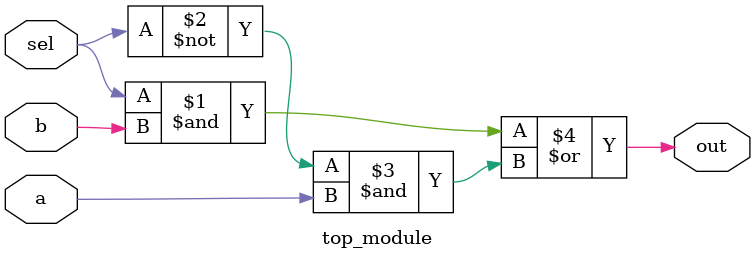
<source format=v>
module top_module (
	input a,
	input b,
	input sel,
	output out
);

	assign out = (sel & b) | (~sel & a);	// Mux expressed as AND and OR
	
	// Ternary operator is easier to read, especially if vectors are used:
	// assign out = sel ? b : a;
	
endmodule

</source>
